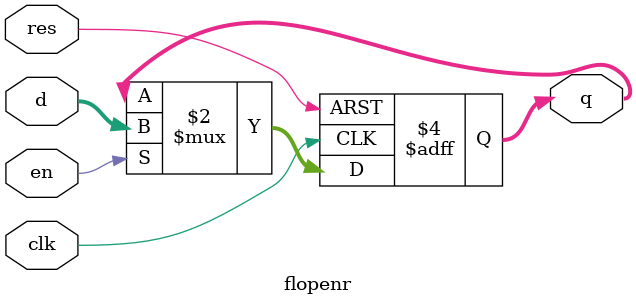
<source format=sv>
`timescale 1ns / 1ps

module flopenr#(parameter x=8)(
    input logic clk,res,en,
    input logic [x-1:0] d,
    output logic [x-1:0] q
    );
    
    always_ff@(posedge clk,posedge res)
    begin
        if(res)q<=0;
        else if(en)q<=d;
    end
endmodule


</source>
